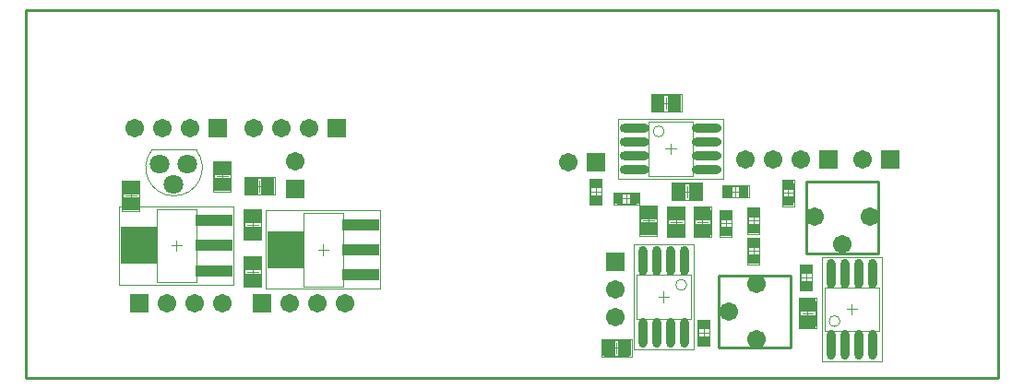
<source format=gts>
G04 Layer_Color=8388736*
%FSLAX25Y25*%
%MOIN*%
G70*
G01*
G75*
%ADD18C,0.01000*%
%ADD19C,0.00394*%
%ADD20C,0.00197*%
%ADD28R,0.13202X0.04343*%
%ADD29R,0.13202X0.13595*%
%ADD30R,0.05131X0.06312*%
%ADD31R,0.06312X0.05131*%
%ADD32R,0.04343X0.03556*%
%ADD33O,0.10839X0.03162*%
%ADD34O,0.03162X0.10839*%
%ADD35R,0.03556X0.04343*%
%ADD36R,0.06706X0.06706*%
%ADD37C,0.06706*%
%ADD38R,0.06706X0.06706*%
%ADD39C,0.07099*%
D18*
X593000Y134000D02*
X619000D01*
X593000Y108000D02*
Y134000D01*
Y108000D02*
X618992D01*
Y133992D01*
X624500Y142000D02*
Y168000D01*
Y142000D02*
X650500D01*
Y167992D01*
X624508D02*
X650500D01*
X342500Y97000D02*
X429000D01*
X342500Y230000D02*
X694000D01*
Y97000D02*
Y230000D01*
X429000Y97000D02*
X694000D01*
X342500D02*
Y230000D01*
D19*
X388000Y179500D02*
G03*
X404133Y179500I8066J-6302D01*
G01*
X387934Y179799D02*
X404066D01*
X573138Y186299D02*
G03*
X573138Y186299I-1969J0D01*
G01*
X581268Y130831D02*
G03*
X581268Y130831I-1969J0D01*
G01*
X636669Y117669D02*
G03*
X636669Y117669I-1969J0D01*
G01*
X457283Y130311D02*
Y156689D01*
X442717Y130311D02*
Y156689D01*
Y130311D02*
X457283D01*
X442717Y156689D02*
X457283D01*
X404283Y131811D02*
Y158189D01*
X389717Y131811D02*
Y158189D01*
Y131811D02*
X404283D01*
X389717Y158189D02*
X404283D01*
X431331Y163646D02*
Y169354D01*
X422669Y163646D02*
Y169354D01*
Y163646D02*
X431331D01*
X422669Y169354D02*
X431331D01*
X410646Y174331D02*
X416354D01*
X410646Y165669D02*
X416354D01*
Y174331D01*
X410646Y165669D02*
Y174331D01*
X377646Y167331D02*
X383354D01*
X377646Y158669D02*
X383354D01*
Y167331D01*
X377646Y158669D02*
Y167331D01*
X421646Y139831D02*
X427354D01*
X421646Y131169D02*
X427354D01*
Y139831D01*
X421646Y131169D02*
Y139831D01*
Y156831D02*
X427354D01*
X421646Y148169D02*
X427354D01*
Y156831D01*
X421646Y148169D02*
Y156831D01*
X622146Y124831D02*
X627854D01*
X622146Y116169D02*
X627854D01*
Y124831D01*
X622146Y116169D02*
Y124831D01*
X551669Y105146D02*
Y110854D01*
X560331Y105146D02*
Y110854D01*
X551669D02*
X560331D01*
X551669Y105146D02*
X560331D01*
X569569Y193646D02*
Y199354D01*
X578231Y193646D02*
Y199354D01*
X569569D02*
X578231D01*
X569569Y193646D02*
X578231D01*
X589854Y149169D02*
Y157831D01*
X584146Y149169D02*
Y157831D01*
X589854D01*
X584146Y149169D02*
X589854D01*
X546630Y167846D02*
X550370D01*
X546630Y161154D02*
X550370D01*
Y167846D01*
X546630Y161154D02*
Y167846D01*
X574646Y149169D02*
Y157831D01*
X580354Y149169D02*
Y157831D01*
X574646Y149169D02*
X580354D01*
X574646Y157831D02*
X580354D01*
X577169Y161646D02*
X585831D01*
X577169Y167354D02*
X585831D01*
Y161646D02*
Y167354D01*
X577169Y161646D02*
Y167354D01*
X564646Y149669D02*
Y158331D01*
X570354Y149669D02*
Y158331D01*
X564646Y149669D02*
X570354D01*
X564646Y158331D02*
X570354D01*
X567626Y170157D02*
Y189843D01*
X583374Y170157D02*
Y189843D01*
X567626D02*
X583374D01*
X567626Y170157D02*
X583374D01*
X563157Y134374D02*
X582843D01*
X563157Y118626D02*
X582843D01*
Y134374D01*
X563157Y118626D02*
Y134374D01*
X631157Y114126D02*
X650843D01*
X631157Y129874D02*
X650843D01*
X631157Y114126D02*
Y129874D01*
X650843Y114126D02*
Y129874D01*
X593630Y149654D02*
X597370D01*
X593630Y156346D02*
X597370D01*
X593630Y149654D02*
Y156346D01*
X597370Y149654D02*
Y156346D01*
X562846Y160130D02*
Y163870D01*
X556154Y160130D02*
Y163870D01*
Y160130D02*
X562846D01*
X556154Y163870D02*
X562846D01*
X595654Y162630D02*
Y166370D01*
X602346Y162630D02*
Y166370D01*
X595654D02*
X602346D01*
X595654Y162630D02*
X602346D01*
X603630Y146346D02*
X607370D01*
X603630Y139654D02*
X607370D01*
Y146346D01*
X603630Y139654D02*
Y146346D01*
X616130Y167346D02*
X619870D01*
X616130Y160654D02*
X619870D01*
Y167346D01*
X616130Y160654D02*
Y167346D01*
X585630Y116846D02*
X589370D01*
X585630Y110154D02*
X589370D01*
Y116846D01*
X585630Y110154D02*
Y116846D01*
X603630Y157346D02*
X607370D01*
X603630Y150654D02*
X607370D01*
Y157346D01*
X603630Y150654D02*
Y157346D01*
X622630Y130154D02*
X626370D01*
X622630Y136846D02*
X626370D01*
X622630Y130154D02*
Y136846D01*
X626370Y130154D02*
Y136846D01*
X448031Y143500D02*
X451968D01*
X450000Y141531D02*
Y145469D01*
X395031Y145000D02*
X398968D01*
X397000Y143031D02*
Y146969D01*
X432512Y163350D02*
Y169650D01*
X421488Y163350D02*
Y169650D01*
Y163350D02*
X432512D01*
X421488Y169650D02*
X432512D01*
X425031Y166500D02*
X428968D01*
X427000Y164531D02*
Y168468D01*
X410350Y175512D02*
X416650D01*
X410350Y164488D02*
X416650D01*
Y175512D01*
X410350Y164488D02*
Y175512D01*
X413500Y168031D02*
Y171968D01*
X411532Y170000D02*
X415469D01*
X377350Y168512D02*
X383650D01*
X377350Y157488D02*
X383650D01*
Y168512D01*
X377350Y157488D02*
Y168512D01*
X380500Y161031D02*
Y164968D01*
X378532Y163000D02*
X382469D01*
X421350Y141012D02*
X427650D01*
X421350Y129988D02*
X427650D01*
Y141012D01*
X421350Y129988D02*
Y141012D01*
X424500Y133531D02*
Y137468D01*
X422532Y135500D02*
X426469D01*
X421350Y158012D02*
X427650D01*
X421350Y146988D02*
X427650D01*
Y158012D01*
X421350Y146988D02*
Y158012D01*
X424500Y150531D02*
Y154468D01*
X422532Y152500D02*
X426469D01*
X621850Y126012D02*
X628150D01*
X621850Y114988D02*
X628150D01*
Y126012D01*
X621850Y114988D02*
Y126012D01*
X625000Y118531D02*
Y122468D01*
X623032Y120500D02*
X626969D01*
X550488Y104850D02*
Y111150D01*
X561512Y104850D02*
Y111150D01*
X550488D02*
X561512D01*
X550488Y104850D02*
X561512D01*
X554032Y108000D02*
X557969D01*
X556000Y106032D02*
Y109969D01*
X568388Y193350D02*
Y199650D01*
X579412Y193350D02*
Y199650D01*
X568388D02*
X579412D01*
X568388Y193350D02*
X579412D01*
X571932Y196500D02*
X575869D01*
X573900Y194532D02*
Y198469D01*
X585031Y153500D02*
X588968D01*
X587000Y151532D02*
Y155469D01*
X590150Y147988D02*
Y159012D01*
X583850Y147988D02*
Y159012D01*
X590150D01*
X583850Y147988D02*
X590150D01*
X546335Y169224D02*
X550665D01*
X546335Y159776D02*
X550665D01*
Y169224D01*
X546335Y159776D02*
Y169224D01*
X548500Y162630D02*
Y166370D01*
X546630Y164500D02*
X550370D01*
X575532Y153500D02*
X579469D01*
X577500Y151531D02*
Y155468D01*
X574350Y147988D02*
Y159012D01*
X580650Y147988D02*
Y159012D01*
X574350Y147988D02*
X580650D01*
X574350Y159012D02*
X580650D01*
X581500Y162532D02*
Y166469D01*
X579532Y164500D02*
X583469D01*
X575988Y161350D02*
X587012D01*
X575988Y167650D02*
X587012D01*
Y161350D02*
Y167650D01*
X575988Y161350D02*
Y167650D01*
X565532Y154000D02*
X569469D01*
X567500Y152031D02*
Y155968D01*
X564350Y148488D02*
Y159512D01*
X570650Y148488D02*
Y159512D01*
X564350Y148488D02*
X570650D01*
X564350Y159512D02*
X570650D01*
X573532Y180000D02*
X577469D01*
X575500Y178031D02*
Y181968D01*
X573000Y124531D02*
Y128468D01*
X571032Y126500D02*
X574969D01*
X641000Y120031D02*
Y123968D01*
X639031Y122000D02*
X642968D01*
X593335Y148276D02*
X597665D01*
X593335Y157724D02*
X597665D01*
X593335Y148276D02*
Y157724D01*
X597665Y148276D02*
Y157724D01*
X595500Y151130D02*
Y154870D01*
X593630Y153000D02*
X597370D01*
X564224Y159835D02*
Y164165D01*
X554776Y159835D02*
Y164165D01*
Y159835D02*
X564224D01*
X554776Y164165D02*
X564224D01*
X557630Y162000D02*
X561370D01*
X559500Y160130D02*
Y163870D01*
X594276Y162335D02*
Y166665D01*
X603724Y162335D02*
Y166665D01*
X594276D02*
X603724D01*
X594276Y162335D02*
X603724D01*
X597130Y164500D02*
X600870D01*
X599000Y162630D02*
Y166370D01*
X603335Y147724D02*
X607665D01*
X603335Y138276D02*
X607665D01*
Y147724D01*
X603335Y138276D02*
Y147724D01*
X605500Y141130D02*
Y144870D01*
X603630Y143000D02*
X607370D01*
X615835Y168724D02*
X620165D01*
X615835Y159276D02*
X620165D01*
Y168724D01*
X615835Y159276D02*
Y168724D01*
X618000Y162130D02*
Y165870D01*
X616130Y164000D02*
X619870D01*
X585335Y118224D02*
X589665D01*
X585335Y108776D02*
X589665D01*
Y118224D01*
X585335Y108776D02*
Y118224D01*
X587500Y111630D02*
Y115370D01*
X585630Y113500D02*
X589370D01*
X603335Y158724D02*
X607665D01*
X603335Y149276D02*
X607665D01*
Y158724D01*
X603335Y149276D02*
Y158724D01*
X605500Y152130D02*
Y155870D01*
X603630Y154000D02*
X607370D01*
X622335Y128776D02*
X626665D01*
X622335Y138224D02*
X626665D01*
X622335Y128776D02*
Y138224D01*
X626665Y128776D02*
Y138224D01*
X624500Y131630D02*
Y135370D01*
X622630Y133500D02*
X626370D01*
D20*
X470669Y129327D02*
Y157673D01*
X429331Y129327D02*
Y157673D01*
Y129327D02*
X470669D01*
X429331Y157673D02*
X470669D01*
X417669Y130827D02*
Y159173D01*
X376331Y130827D02*
Y159173D01*
Y130827D02*
X417669D01*
X376331Y159173D02*
X417669D01*
X556602Y169173D02*
Y190827D01*
X594398Y169173D02*
Y190827D01*
X556602D02*
X594398D01*
X556602Y169173D02*
X594398D01*
X562173Y145398D02*
X583827D01*
X562173Y107602D02*
X583827D01*
Y145398D01*
X562173Y107602D02*
Y145398D01*
X630173Y103102D02*
X651827D01*
X630173Y140898D02*
X651827D01*
X630173Y103102D02*
Y140898D01*
X651827Y103102D02*
Y140898D01*
D28*
X463484Y134445D02*
D03*
Y143500D02*
D03*
Y152555D02*
D03*
X410484Y135945D02*
D03*
Y145000D02*
D03*
Y154055D02*
D03*
D29*
X436516Y143500D02*
D03*
X383516Y145000D02*
D03*
D30*
X429953Y166500D02*
D03*
X424047D02*
D03*
X553047Y108000D02*
D03*
X558953D02*
D03*
X570947Y196500D02*
D03*
X576853D02*
D03*
X584453Y164500D02*
D03*
X578547D02*
D03*
D31*
X413500Y172953D02*
D03*
Y167047D02*
D03*
X380500Y165953D02*
D03*
Y160047D02*
D03*
X424500Y138453D02*
D03*
Y132547D02*
D03*
Y155453D02*
D03*
Y149547D02*
D03*
X625000Y123453D02*
D03*
Y117547D02*
D03*
X587000Y156453D02*
D03*
Y150547D02*
D03*
X577500D02*
D03*
Y156453D02*
D03*
X567500Y151047D02*
D03*
Y156953D02*
D03*
D32*
X548500Y167453D02*
D03*
Y161547D02*
D03*
X595500Y150047D02*
D03*
Y155953D02*
D03*
X605500Y145953D02*
D03*
Y140047D02*
D03*
X618000Y166953D02*
D03*
Y161047D02*
D03*
X587500Y116453D02*
D03*
Y110547D02*
D03*
X605500Y156953D02*
D03*
Y151047D02*
D03*
X624500Y130547D02*
D03*
Y136453D02*
D03*
D33*
X562606Y187500D02*
D03*
Y182500D02*
D03*
Y177500D02*
D03*
Y172500D02*
D03*
X588394Y187500D02*
D03*
Y182500D02*
D03*
Y177500D02*
D03*
Y172500D02*
D03*
D34*
X580500Y139394D02*
D03*
X575500D02*
D03*
X570500D02*
D03*
X565500D02*
D03*
X580500Y113606D02*
D03*
X575500D02*
D03*
X570500D02*
D03*
X565500D02*
D03*
X633500Y109106D02*
D03*
X638500D02*
D03*
X643500D02*
D03*
X648500D02*
D03*
X633500Y134894D02*
D03*
X638500D02*
D03*
X643500D02*
D03*
X648500D02*
D03*
D35*
X562453Y162000D02*
D03*
X556547D02*
D03*
X596047Y164500D02*
D03*
X601953D02*
D03*
D36*
X455000Y187500D02*
D03*
X383500Y124000D02*
D03*
X412000Y187500D02*
D03*
X428000Y124000D02*
D03*
X632500Y176000D02*
D03*
X548500Y175000D02*
D03*
X655000Y176000D02*
D03*
D37*
X445000Y187500D02*
D03*
X435000D02*
D03*
X425000D02*
D03*
X393500Y124000D02*
D03*
X403500D02*
D03*
X413500D02*
D03*
X402000Y187500D02*
D03*
X392000D02*
D03*
X382000D02*
D03*
X438000Y124000D02*
D03*
X448000D02*
D03*
X458000D02*
D03*
X440000Y175500D02*
D03*
X602500Y176000D02*
D03*
X612500D02*
D03*
X622500D02*
D03*
X538500Y175000D02*
D03*
X645000Y176000D02*
D03*
X606500Y111000D02*
D03*
X596500Y121000D02*
D03*
X606500Y131000D02*
D03*
X647500Y155500D02*
D03*
X637500Y145500D02*
D03*
X627500Y155500D02*
D03*
X555500Y129000D02*
D03*
Y119000D02*
D03*
D38*
X440000Y165500D02*
D03*
X555500Y139000D02*
D03*
D39*
X401000Y174500D02*
D03*
X396000Y167000D02*
D03*
X391000Y174500D02*
D03*
M02*

</source>
